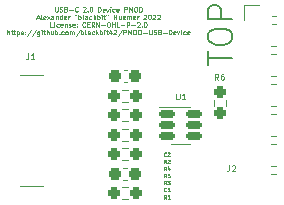
<source format=gto>
%TF.GenerationSoftware,KiCad,Pcbnew,6.0.9+dfsg-1*%
%TF.CreationDate,2022-12-26T23:17:40+00:00*%
%TF.ProjectId,PMOD-USB-Device,504d4f44-2d55-4534-922d-446576696365,1*%
%TF.SameCoordinates,Original*%
%TF.FileFunction,Legend,Top*%
%TF.FilePolarity,Positive*%
%FSLAX46Y46*%
G04 Gerber Fmt 4.6, Leading zero omitted, Abs format (unit mm)*
G04 Created by KiCad (PCBNEW 6.0.9+dfsg-1) date 2022-12-26 23:17:40*
%MOMM*%
%LPD*%
G01*
G04 APERTURE LIST*
G04 Aperture macros list*
%AMRoundRect*
0 Rectangle with rounded corners*
0 $1 Rounding radius*
0 $2 $3 $4 $5 $6 $7 $8 $9 X,Y pos of 4 corners*
0 Add a 4 corners polygon primitive as box body*
4,1,4,$2,$3,$4,$5,$6,$7,$8,$9,$2,$3,0*
0 Add four circle primitives for the rounded corners*
1,1,$1+$1,$2,$3*
1,1,$1+$1,$4,$5*
1,1,$1+$1,$6,$7*
1,1,$1+$1,$8,$9*
0 Add four rect primitives between the rounded corners*
20,1,$1+$1,$2,$3,$4,$5,0*
20,1,$1+$1,$4,$5,$6,$7,0*
20,1,$1+$1,$6,$7,$8,$9,0*
20,1,$1+$1,$8,$9,$2,$3,0*%
G04 Aperture macros list end*
%ADD10C,0.100000*%
%ADD11C,0.150000*%
%ADD12C,0.075000*%
%ADD13C,0.125000*%
%ADD14C,0.120000*%
%ADD15RoundRect,0.237500X-0.250000X-0.237500X0.250000X-0.237500X0.250000X0.237500X-0.250000X0.237500X0*%
%ADD16R,1.700000X1.700000*%
%ADD17C,1.700000*%
%ADD18O,1.700000X1.700000*%
%ADD19RoundRect,0.150000X-0.512500X-0.150000X0.512500X-0.150000X0.512500X0.150000X-0.512500X0.150000X0*%
%ADD20C,0.650000*%
%ADD21R,1.450000X0.600000*%
%ADD22R,1.450000X0.300000*%
%ADD23O,1.600000X1.000000*%
%ADD24O,2.100000X1.000000*%
%ADD25RoundRect,0.237500X0.237500X-0.250000X0.237500X0.250000X-0.237500X0.250000X-0.237500X-0.250000X0*%
%ADD26RoundRect,0.237500X-0.300000X-0.237500X0.300000X-0.237500X0.300000X0.237500X-0.300000X0.237500X0*%
G04 APERTURE END LIST*
D10*
X83314285Y-83314952D02*
X83314285Y-83638761D01*
X83333333Y-83676857D01*
X83352380Y-83695904D01*
X83390476Y-83714952D01*
X83466666Y-83714952D01*
X83504761Y-83695904D01*
X83523809Y-83676857D01*
X83542857Y-83638761D01*
X83542857Y-83314952D01*
X83714285Y-83695904D02*
X83771428Y-83714952D01*
X83866666Y-83714952D01*
X83904761Y-83695904D01*
X83923809Y-83676857D01*
X83942857Y-83638761D01*
X83942857Y-83600666D01*
X83923809Y-83562571D01*
X83904761Y-83543523D01*
X83866666Y-83524476D01*
X83790476Y-83505428D01*
X83752380Y-83486380D01*
X83733333Y-83467333D01*
X83714285Y-83429238D01*
X83714285Y-83391142D01*
X83733333Y-83353047D01*
X83752380Y-83334000D01*
X83790476Y-83314952D01*
X83885714Y-83314952D01*
X83942857Y-83334000D01*
X84247619Y-83505428D02*
X84304761Y-83524476D01*
X84323809Y-83543523D01*
X84342857Y-83581619D01*
X84342857Y-83638761D01*
X84323809Y-83676857D01*
X84304761Y-83695904D01*
X84266666Y-83714952D01*
X84114285Y-83714952D01*
X84114285Y-83314952D01*
X84247619Y-83314952D01*
X84285714Y-83334000D01*
X84304761Y-83353047D01*
X84323809Y-83391142D01*
X84323809Y-83429238D01*
X84304761Y-83467333D01*
X84285714Y-83486380D01*
X84247619Y-83505428D01*
X84114285Y-83505428D01*
X84514285Y-83562571D02*
X84819047Y-83562571D01*
X85238095Y-83676857D02*
X85219047Y-83695904D01*
X85161904Y-83714952D01*
X85123809Y-83714952D01*
X85066666Y-83695904D01*
X85028571Y-83657809D01*
X85009523Y-83619714D01*
X84990476Y-83543523D01*
X84990476Y-83486380D01*
X85009523Y-83410190D01*
X85028571Y-83372095D01*
X85066666Y-83334000D01*
X85123809Y-83314952D01*
X85161904Y-83314952D01*
X85219047Y-83334000D01*
X85238095Y-83353047D01*
X85695238Y-83353047D02*
X85714285Y-83334000D01*
X85752380Y-83314952D01*
X85847619Y-83314952D01*
X85885714Y-83334000D01*
X85904761Y-83353047D01*
X85923809Y-83391142D01*
X85923809Y-83429238D01*
X85904761Y-83486380D01*
X85676190Y-83714952D01*
X85923809Y-83714952D01*
X86095238Y-83676857D02*
X86114285Y-83695904D01*
X86095238Y-83714952D01*
X86076190Y-83695904D01*
X86095238Y-83676857D01*
X86095238Y-83714952D01*
X86361904Y-83314952D02*
X86400000Y-83314952D01*
X86438095Y-83334000D01*
X86457142Y-83353047D01*
X86476190Y-83391142D01*
X86495238Y-83467333D01*
X86495238Y-83562571D01*
X86476190Y-83638761D01*
X86457142Y-83676857D01*
X86438095Y-83695904D01*
X86400000Y-83714952D01*
X86361904Y-83714952D01*
X86323809Y-83695904D01*
X86304761Y-83676857D01*
X86285714Y-83638761D01*
X86266666Y-83562571D01*
X86266666Y-83467333D01*
X86285714Y-83391142D01*
X86304761Y-83353047D01*
X86323809Y-83334000D01*
X86361904Y-83314952D01*
X86971428Y-83714952D02*
X86971428Y-83314952D01*
X87066666Y-83314952D01*
X87123809Y-83334000D01*
X87161904Y-83372095D01*
X87180952Y-83410190D01*
X87200000Y-83486380D01*
X87200000Y-83543523D01*
X87180952Y-83619714D01*
X87161904Y-83657809D01*
X87123809Y-83695904D01*
X87066666Y-83714952D01*
X86971428Y-83714952D01*
X87523809Y-83695904D02*
X87485714Y-83714952D01*
X87409523Y-83714952D01*
X87371428Y-83695904D01*
X87352380Y-83657809D01*
X87352380Y-83505428D01*
X87371428Y-83467333D01*
X87409523Y-83448285D01*
X87485714Y-83448285D01*
X87523809Y-83467333D01*
X87542857Y-83505428D01*
X87542857Y-83543523D01*
X87352380Y-83581619D01*
X87676190Y-83448285D02*
X87771428Y-83714952D01*
X87866666Y-83448285D01*
X88019047Y-83714952D02*
X88019047Y-83448285D01*
X88019047Y-83314952D02*
X88000000Y-83334000D01*
X88019047Y-83353047D01*
X88038095Y-83334000D01*
X88019047Y-83314952D01*
X88019047Y-83353047D01*
X88380952Y-83695904D02*
X88342857Y-83714952D01*
X88266666Y-83714952D01*
X88228571Y-83695904D01*
X88209523Y-83676857D01*
X88190476Y-83638761D01*
X88190476Y-83524476D01*
X88209523Y-83486380D01*
X88228571Y-83467333D01*
X88266666Y-83448285D01*
X88342857Y-83448285D01*
X88380952Y-83467333D01*
X88704761Y-83695904D02*
X88666666Y-83714952D01*
X88590476Y-83714952D01*
X88552380Y-83695904D01*
X88533333Y-83657809D01*
X88533333Y-83505428D01*
X88552380Y-83467333D01*
X88590476Y-83448285D01*
X88666666Y-83448285D01*
X88704761Y-83467333D01*
X88723809Y-83505428D01*
X88723809Y-83543523D01*
X88533333Y-83581619D01*
X89200000Y-83714952D02*
X89200000Y-83314952D01*
X89352380Y-83314952D01*
X89390476Y-83334000D01*
X89409523Y-83353047D01*
X89428571Y-83391142D01*
X89428571Y-83448285D01*
X89409523Y-83486380D01*
X89390476Y-83505428D01*
X89352380Y-83524476D01*
X89200000Y-83524476D01*
X89600000Y-83714952D02*
X89600000Y-83314952D01*
X89733333Y-83600666D01*
X89866666Y-83314952D01*
X89866666Y-83714952D01*
X90133333Y-83314952D02*
X90209523Y-83314952D01*
X90247619Y-83334000D01*
X90285714Y-83372095D01*
X90304761Y-83448285D01*
X90304761Y-83581619D01*
X90285714Y-83657809D01*
X90247619Y-83695904D01*
X90209523Y-83714952D01*
X90133333Y-83714952D01*
X90095238Y-83695904D01*
X90057142Y-83657809D01*
X90038095Y-83581619D01*
X90038095Y-83448285D01*
X90057142Y-83372095D01*
X90095238Y-83334000D01*
X90133333Y-83314952D01*
X90476190Y-83714952D02*
X90476190Y-83314952D01*
X90571428Y-83314952D01*
X90628571Y-83334000D01*
X90666666Y-83372095D01*
X90685714Y-83410190D01*
X90704761Y-83486380D01*
X90704761Y-83543523D01*
X90685714Y-83619714D01*
X90666666Y-83657809D01*
X90628571Y-83695904D01*
X90571428Y-83714952D01*
X90476190Y-83714952D01*
X81790476Y-84244666D02*
X81980952Y-84244666D01*
X81752380Y-84358952D02*
X81885714Y-83958952D01*
X82019047Y-84358952D01*
X82209523Y-84358952D02*
X82171428Y-84339904D01*
X82152380Y-84301809D01*
X82152380Y-83958952D01*
X82514285Y-84339904D02*
X82476190Y-84358952D01*
X82400000Y-84358952D01*
X82361904Y-84339904D01*
X82342857Y-84301809D01*
X82342857Y-84149428D01*
X82361904Y-84111333D01*
X82400000Y-84092285D01*
X82476190Y-84092285D01*
X82514285Y-84111333D01*
X82533333Y-84149428D01*
X82533333Y-84187523D01*
X82342857Y-84225619D01*
X82666666Y-84358952D02*
X82876190Y-84092285D01*
X82666666Y-84092285D02*
X82876190Y-84358952D01*
X83200000Y-84358952D02*
X83200000Y-84149428D01*
X83180952Y-84111333D01*
X83142857Y-84092285D01*
X83066666Y-84092285D01*
X83028571Y-84111333D01*
X83200000Y-84339904D02*
X83161904Y-84358952D01*
X83066666Y-84358952D01*
X83028571Y-84339904D01*
X83009523Y-84301809D01*
X83009523Y-84263714D01*
X83028571Y-84225619D01*
X83066666Y-84206571D01*
X83161904Y-84206571D01*
X83200000Y-84187523D01*
X83390476Y-84092285D02*
X83390476Y-84358952D01*
X83390476Y-84130380D02*
X83409523Y-84111333D01*
X83447619Y-84092285D01*
X83504761Y-84092285D01*
X83542857Y-84111333D01*
X83561904Y-84149428D01*
X83561904Y-84358952D01*
X83923809Y-84358952D02*
X83923809Y-83958952D01*
X83923809Y-84339904D02*
X83885714Y-84358952D01*
X83809523Y-84358952D01*
X83771428Y-84339904D01*
X83752380Y-84320857D01*
X83733333Y-84282761D01*
X83733333Y-84168476D01*
X83752380Y-84130380D01*
X83771428Y-84111333D01*
X83809523Y-84092285D01*
X83885714Y-84092285D01*
X83923809Y-84111333D01*
X84266666Y-84339904D02*
X84228571Y-84358952D01*
X84152380Y-84358952D01*
X84114285Y-84339904D01*
X84095238Y-84301809D01*
X84095238Y-84149428D01*
X84114285Y-84111333D01*
X84152380Y-84092285D01*
X84228571Y-84092285D01*
X84266666Y-84111333D01*
X84285714Y-84149428D01*
X84285714Y-84187523D01*
X84095238Y-84225619D01*
X84457142Y-84358952D02*
X84457142Y-84092285D01*
X84457142Y-84168476D02*
X84476190Y-84130380D01*
X84495238Y-84111333D01*
X84533333Y-84092285D01*
X84571428Y-84092285D01*
X84990476Y-83958952D02*
X84990476Y-84035142D01*
X85142857Y-83958952D02*
X85142857Y-84035142D01*
X85314285Y-84358952D02*
X85314285Y-83958952D01*
X85314285Y-84111333D02*
X85352380Y-84092285D01*
X85428571Y-84092285D01*
X85466666Y-84111333D01*
X85485714Y-84130380D01*
X85504761Y-84168476D01*
X85504761Y-84282761D01*
X85485714Y-84320857D01*
X85466666Y-84339904D01*
X85428571Y-84358952D01*
X85352380Y-84358952D01*
X85314285Y-84339904D01*
X85733333Y-84358952D02*
X85695238Y-84339904D01*
X85676190Y-84301809D01*
X85676190Y-83958952D01*
X86057142Y-84358952D02*
X86057142Y-84149428D01*
X86038095Y-84111333D01*
X86000000Y-84092285D01*
X85923809Y-84092285D01*
X85885714Y-84111333D01*
X86057142Y-84339904D02*
X86019047Y-84358952D01*
X85923809Y-84358952D01*
X85885714Y-84339904D01*
X85866666Y-84301809D01*
X85866666Y-84263714D01*
X85885714Y-84225619D01*
X85923809Y-84206571D01*
X86019047Y-84206571D01*
X86057142Y-84187523D01*
X86419047Y-84339904D02*
X86380952Y-84358952D01*
X86304761Y-84358952D01*
X86266666Y-84339904D01*
X86247619Y-84320857D01*
X86228571Y-84282761D01*
X86228571Y-84168476D01*
X86247619Y-84130380D01*
X86266666Y-84111333D01*
X86304761Y-84092285D01*
X86380952Y-84092285D01*
X86419047Y-84111333D01*
X86590476Y-84358952D02*
X86590476Y-83958952D01*
X86628571Y-84206571D02*
X86742857Y-84358952D01*
X86742857Y-84092285D02*
X86590476Y-84244666D01*
X86914285Y-84358952D02*
X86914285Y-83958952D01*
X86914285Y-84111333D02*
X86952380Y-84092285D01*
X87028571Y-84092285D01*
X87066666Y-84111333D01*
X87085714Y-84130380D01*
X87104761Y-84168476D01*
X87104761Y-84282761D01*
X87085714Y-84320857D01*
X87066666Y-84339904D01*
X87028571Y-84358952D01*
X86952380Y-84358952D01*
X86914285Y-84339904D01*
X87276190Y-84358952D02*
X87276190Y-84092285D01*
X87276190Y-83958952D02*
X87257142Y-83978000D01*
X87276190Y-83997047D01*
X87295238Y-83978000D01*
X87276190Y-83958952D01*
X87276190Y-83997047D01*
X87409523Y-84092285D02*
X87561904Y-84092285D01*
X87466666Y-83958952D02*
X87466666Y-84301809D01*
X87485714Y-84339904D01*
X87523809Y-84358952D01*
X87561904Y-84358952D01*
X87676190Y-83958952D02*
X87676190Y-84035142D01*
X87828571Y-83958952D02*
X87828571Y-84035142D01*
X88304761Y-84358952D02*
X88304761Y-83958952D01*
X88304761Y-84149428D02*
X88533333Y-84149428D01*
X88533333Y-84358952D02*
X88533333Y-83958952D01*
X88895238Y-84092285D02*
X88895238Y-84358952D01*
X88723809Y-84092285D02*
X88723809Y-84301809D01*
X88742857Y-84339904D01*
X88780952Y-84358952D01*
X88838095Y-84358952D01*
X88876190Y-84339904D01*
X88895238Y-84320857D01*
X89238095Y-84339904D02*
X89200000Y-84358952D01*
X89123809Y-84358952D01*
X89085714Y-84339904D01*
X89066666Y-84301809D01*
X89066666Y-84149428D01*
X89085714Y-84111333D01*
X89123809Y-84092285D01*
X89200000Y-84092285D01*
X89238095Y-84111333D01*
X89257142Y-84149428D01*
X89257142Y-84187523D01*
X89066666Y-84225619D01*
X89428571Y-84358952D02*
X89428571Y-84092285D01*
X89428571Y-84130380D02*
X89447619Y-84111333D01*
X89485714Y-84092285D01*
X89542857Y-84092285D01*
X89580952Y-84111333D01*
X89600000Y-84149428D01*
X89600000Y-84358952D01*
X89600000Y-84149428D02*
X89619047Y-84111333D01*
X89657142Y-84092285D01*
X89714285Y-84092285D01*
X89752380Y-84111333D01*
X89771428Y-84149428D01*
X89771428Y-84358952D01*
X90114285Y-84339904D02*
X90076190Y-84358952D01*
X90000000Y-84358952D01*
X89961904Y-84339904D01*
X89942857Y-84301809D01*
X89942857Y-84149428D01*
X89961904Y-84111333D01*
X90000000Y-84092285D01*
X90076190Y-84092285D01*
X90114285Y-84111333D01*
X90133333Y-84149428D01*
X90133333Y-84187523D01*
X89942857Y-84225619D01*
X90304761Y-84358952D02*
X90304761Y-84092285D01*
X90304761Y-84168476D02*
X90323809Y-84130380D01*
X90342857Y-84111333D01*
X90380952Y-84092285D01*
X90419047Y-84092285D01*
X90838095Y-83997047D02*
X90857142Y-83978000D01*
X90895238Y-83958952D01*
X90990476Y-83958952D01*
X91028571Y-83978000D01*
X91047619Y-83997047D01*
X91066666Y-84035142D01*
X91066666Y-84073238D01*
X91047619Y-84130380D01*
X90819047Y-84358952D01*
X91066666Y-84358952D01*
X91314285Y-83958952D02*
X91352380Y-83958952D01*
X91390476Y-83978000D01*
X91409523Y-83997047D01*
X91428571Y-84035142D01*
X91447619Y-84111333D01*
X91447619Y-84206571D01*
X91428571Y-84282761D01*
X91409523Y-84320857D01*
X91390476Y-84339904D01*
X91352380Y-84358952D01*
X91314285Y-84358952D01*
X91276190Y-84339904D01*
X91257142Y-84320857D01*
X91238095Y-84282761D01*
X91219047Y-84206571D01*
X91219047Y-84111333D01*
X91238095Y-84035142D01*
X91257142Y-83997047D01*
X91276190Y-83978000D01*
X91314285Y-83958952D01*
X91600000Y-83997047D02*
X91619047Y-83978000D01*
X91657142Y-83958952D01*
X91752380Y-83958952D01*
X91790476Y-83978000D01*
X91809523Y-83997047D01*
X91828571Y-84035142D01*
X91828571Y-84073238D01*
X91809523Y-84130380D01*
X91580952Y-84358952D01*
X91828571Y-84358952D01*
X91980952Y-83997047D02*
X92000000Y-83978000D01*
X92038095Y-83958952D01*
X92133333Y-83958952D01*
X92171428Y-83978000D01*
X92190476Y-83997047D01*
X92209523Y-84035142D01*
X92209523Y-84073238D01*
X92190476Y-84130380D01*
X91961904Y-84358952D01*
X92209523Y-84358952D01*
X83133333Y-85002952D02*
X82942857Y-85002952D01*
X82942857Y-84602952D01*
X83266666Y-85002952D02*
X83266666Y-84736285D01*
X83266666Y-84602952D02*
X83247619Y-84622000D01*
X83266666Y-84641047D01*
X83285714Y-84622000D01*
X83266666Y-84602952D01*
X83266666Y-84641047D01*
X83628571Y-84983904D02*
X83590476Y-85002952D01*
X83514285Y-85002952D01*
X83476190Y-84983904D01*
X83457142Y-84964857D01*
X83438095Y-84926761D01*
X83438095Y-84812476D01*
X83457142Y-84774380D01*
X83476190Y-84755333D01*
X83514285Y-84736285D01*
X83590476Y-84736285D01*
X83628571Y-84755333D01*
X83952380Y-84983904D02*
X83914285Y-85002952D01*
X83838095Y-85002952D01*
X83800000Y-84983904D01*
X83780952Y-84945809D01*
X83780952Y-84793428D01*
X83800000Y-84755333D01*
X83838095Y-84736285D01*
X83914285Y-84736285D01*
X83952380Y-84755333D01*
X83971428Y-84793428D01*
X83971428Y-84831523D01*
X83780952Y-84869619D01*
X84142857Y-84736285D02*
X84142857Y-85002952D01*
X84142857Y-84774380D02*
X84161904Y-84755333D01*
X84200000Y-84736285D01*
X84257142Y-84736285D01*
X84295238Y-84755333D01*
X84314285Y-84793428D01*
X84314285Y-85002952D01*
X84485714Y-84983904D02*
X84523809Y-85002952D01*
X84600000Y-85002952D01*
X84638095Y-84983904D01*
X84657142Y-84945809D01*
X84657142Y-84926761D01*
X84638095Y-84888666D01*
X84600000Y-84869619D01*
X84542857Y-84869619D01*
X84504761Y-84850571D01*
X84485714Y-84812476D01*
X84485714Y-84793428D01*
X84504761Y-84755333D01*
X84542857Y-84736285D01*
X84600000Y-84736285D01*
X84638095Y-84755333D01*
X84980952Y-84983904D02*
X84942857Y-85002952D01*
X84866666Y-85002952D01*
X84828571Y-84983904D01*
X84809523Y-84945809D01*
X84809523Y-84793428D01*
X84828571Y-84755333D01*
X84866666Y-84736285D01*
X84942857Y-84736285D01*
X84980952Y-84755333D01*
X85000000Y-84793428D01*
X85000000Y-84831523D01*
X84809523Y-84869619D01*
X85171428Y-84964857D02*
X85190476Y-84983904D01*
X85171428Y-85002952D01*
X85152380Y-84983904D01*
X85171428Y-84964857D01*
X85171428Y-85002952D01*
X85171428Y-84755333D02*
X85190476Y-84774380D01*
X85171428Y-84793428D01*
X85152380Y-84774380D01*
X85171428Y-84755333D01*
X85171428Y-84793428D01*
X85895238Y-84964857D02*
X85876190Y-84983904D01*
X85819047Y-85002952D01*
X85780952Y-85002952D01*
X85723809Y-84983904D01*
X85685714Y-84945809D01*
X85666666Y-84907714D01*
X85647619Y-84831523D01*
X85647619Y-84774380D01*
X85666666Y-84698190D01*
X85685714Y-84660095D01*
X85723809Y-84622000D01*
X85780952Y-84602952D01*
X85819047Y-84602952D01*
X85876190Y-84622000D01*
X85895238Y-84641047D01*
X86066666Y-84793428D02*
X86200000Y-84793428D01*
X86257142Y-85002952D02*
X86066666Y-85002952D01*
X86066666Y-84602952D01*
X86257142Y-84602952D01*
X86657142Y-85002952D02*
X86523809Y-84812476D01*
X86428571Y-85002952D02*
X86428571Y-84602952D01*
X86580952Y-84602952D01*
X86619047Y-84622000D01*
X86638095Y-84641047D01*
X86657142Y-84679142D01*
X86657142Y-84736285D01*
X86638095Y-84774380D01*
X86619047Y-84793428D01*
X86580952Y-84812476D01*
X86428571Y-84812476D01*
X86828571Y-85002952D02*
X86828571Y-84602952D01*
X87057142Y-85002952D01*
X87057142Y-84602952D01*
X87247619Y-84850571D02*
X87552380Y-84850571D01*
X87819047Y-84602952D02*
X87895238Y-84602952D01*
X87933333Y-84622000D01*
X87971428Y-84660095D01*
X87990476Y-84736285D01*
X87990476Y-84869619D01*
X87971428Y-84945809D01*
X87933333Y-84983904D01*
X87895238Y-85002952D01*
X87819047Y-85002952D01*
X87780952Y-84983904D01*
X87742857Y-84945809D01*
X87723809Y-84869619D01*
X87723809Y-84736285D01*
X87742857Y-84660095D01*
X87780952Y-84622000D01*
X87819047Y-84602952D01*
X88161904Y-85002952D02*
X88161904Y-84602952D01*
X88161904Y-84793428D02*
X88390476Y-84793428D01*
X88390476Y-85002952D02*
X88390476Y-84602952D01*
X88771428Y-85002952D02*
X88580952Y-85002952D01*
X88580952Y-84602952D01*
X88904761Y-84850571D02*
X89209523Y-84850571D01*
X89400000Y-85002952D02*
X89400000Y-84602952D01*
X89552380Y-84602952D01*
X89590476Y-84622000D01*
X89609523Y-84641047D01*
X89628571Y-84679142D01*
X89628571Y-84736285D01*
X89609523Y-84774380D01*
X89590476Y-84793428D01*
X89552380Y-84812476D01*
X89400000Y-84812476D01*
X89800000Y-84850571D02*
X90104761Y-84850571D01*
X90276190Y-84641047D02*
X90295238Y-84622000D01*
X90333333Y-84602952D01*
X90428571Y-84602952D01*
X90466666Y-84622000D01*
X90485714Y-84641047D01*
X90504761Y-84679142D01*
X90504761Y-84717238D01*
X90485714Y-84774380D01*
X90257142Y-85002952D01*
X90504761Y-85002952D01*
X90676190Y-84964857D02*
X90695238Y-84983904D01*
X90676190Y-85002952D01*
X90657142Y-84983904D01*
X90676190Y-84964857D01*
X90676190Y-85002952D01*
X90942857Y-84602952D02*
X90980952Y-84602952D01*
X91019047Y-84622000D01*
X91038095Y-84641047D01*
X91057142Y-84679142D01*
X91076190Y-84755333D01*
X91076190Y-84850571D01*
X91057142Y-84926761D01*
X91038095Y-84964857D01*
X91019047Y-84983904D01*
X90980952Y-85002952D01*
X90942857Y-85002952D01*
X90904761Y-84983904D01*
X90885714Y-84964857D01*
X90866666Y-84926761D01*
X90847619Y-84850571D01*
X90847619Y-84755333D01*
X90866666Y-84679142D01*
X90885714Y-84641047D01*
X90904761Y-84622000D01*
X90942857Y-84602952D01*
X79295238Y-85646952D02*
X79295238Y-85246952D01*
X79466666Y-85646952D02*
X79466666Y-85437428D01*
X79447619Y-85399333D01*
X79409523Y-85380285D01*
X79352380Y-85380285D01*
X79314285Y-85399333D01*
X79295238Y-85418380D01*
X79600000Y-85380285D02*
X79752380Y-85380285D01*
X79657142Y-85246952D02*
X79657142Y-85589809D01*
X79676190Y-85627904D01*
X79714285Y-85646952D01*
X79752380Y-85646952D01*
X79828571Y-85380285D02*
X79980952Y-85380285D01*
X79885714Y-85246952D02*
X79885714Y-85589809D01*
X79904761Y-85627904D01*
X79942857Y-85646952D01*
X79980952Y-85646952D01*
X80114285Y-85380285D02*
X80114285Y-85780285D01*
X80114285Y-85399333D02*
X80152380Y-85380285D01*
X80228571Y-85380285D01*
X80266666Y-85399333D01*
X80285714Y-85418380D01*
X80304761Y-85456476D01*
X80304761Y-85570761D01*
X80285714Y-85608857D01*
X80266666Y-85627904D01*
X80228571Y-85646952D01*
X80152380Y-85646952D01*
X80114285Y-85627904D01*
X80457142Y-85627904D02*
X80495238Y-85646952D01*
X80571428Y-85646952D01*
X80609523Y-85627904D01*
X80628571Y-85589809D01*
X80628571Y-85570761D01*
X80609523Y-85532666D01*
X80571428Y-85513619D01*
X80514285Y-85513619D01*
X80476190Y-85494571D01*
X80457142Y-85456476D01*
X80457142Y-85437428D01*
X80476190Y-85399333D01*
X80514285Y-85380285D01*
X80571428Y-85380285D01*
X80609523Y-85399333D01*
X80800000Y-85608857D02*
X80819047Y-85627904D01*
X80800000Y-85646952D01*
X80780952Y-85627904D01*
X80800000Y-85608857D01*
X80800000Y-85646952D01*
X80800000Y-85399333D02*
X80819047Y-85418380D01*
X80800000Y-85437428D01*
X80780952Y-85418380D01*
X80800000Y-85399333D01*
X80800000Y-85437428D01*
X81276190Y-85227904D02*
X80933333Y-85742190D01*
X81695238Y-85227904D02*
X81352380Y-85742190D01*
X82000000Y-85380285D02*
X82000000Y-85704095D01*
X81980952Y-85742190D01*
X81961904Y-85761238D01*
X81923809Y-85780285D01*
X81866666Y-85780285D01*
X81828571Y-85761238D01*
X82000000Y-85627904D02*
X81961904Y-85646952D01*
X81885714Y-85646952D01*
X81847619Y-85627904D01*
X81828571Y-85608857D01*
X81809523Y-85570761D01*
X81809523Y-85456476D01*
X81828571Y-85418380D01*
X81847619Y-85399333D01*
X81885714Y-85380285D01*
X81961904Y-85380285D01*
X82000000Y-85399333D01*
X82190476Y-85646952D02*
X82190476Y-85380285D01*
X82190476Y-85246952D02*
X82171428Y-85266000D01*
X82190476Y-85285047D01*
X82209523Y-85266000D01*
X82190476Y-85246952D01*
X82190476Y-85285047D01*
X82323809Y-85380285D02*
X82476190Y-85380285D01*
X82380952Y-85246952D02*
X82380952Y-85589809D01*
X82400000Y-85627904D01*
X82438095Y-85646952D01*
X82476190Y-85646952D01*
X82609523Y-85646952D02*
X82609523Y-85246952D01*
X82780952Y-85646952D02*
X82780952Y-85437428D01*
X82761904Y-85399333D01*
X82723809Y-85380285D01*
X82666666Y-85380285D01*
X82628571Y-85399333D01*
X82609523Y-85418380D01*
X83142857Y-85380285D02*
X83142857Y-85646952D01*
X82971428Y-85380285D02*
X82971428Y-85589809D01*
X82990476Y-85627904D01*
X83028571Y-85646952D01*
X83085714Y-85646952D01*
X83123809Y-85627904D01*
X83142857Y-85608857D01*
X83333333Y-85646952D02*
X83333333Y-85246952D01*
X83333333Y-85399333D02*
X83371428Y-85380285D01*
X83447619Y-85380285D01*
X83485714Y-85399333D01*
X83504761Y-85418380D01*
X83523809Y-85456476D01*
X83523809Y-85570761D01*
X83504761Y-85608857D01*
X83485714Y-85627904D01*
X83447619Y-85646952D01*
X83371428Y-85646952D01*
X83333333Y-85627904D01*
X83695238Y-85608857D02*
X83714285Y-85627904D01*
X83695238Y-85646952D01*
X83676190Y-85627904D01*
X83695238Y-85608857D01*
X83695238Y-85646952D01*
X84057142Y-85627904D02*
X84019047Y-85646952D01*
X83942857Y-85646952D01*
X83904761Y-85627904D01*
X83885714Y-85608857D01*
X83866666Y-85570761D01*
X83866666Y-85456476D01*
X83885714Y-85418380D01*
X83904761Y-85399333D01*
X83942857Y-85380285D01*
X84019047Y-85380285D01*
X84057142Y-85399333D01*
X84285714Y-85646952D02*
X84247619Y-85627904D01*
X84228571Y-85608857D01*
X84209523Y-85570761D01*
X84209523Y-85456476D01*
X84228571Y-85418380D01*
X84247619Y-85399333D01*
X84285714Y-85380285D01*
X84342857Y-85380285D01*
X84380952Y-85399333D01*
X84400000Y-85418380D01*
X84419047Y-85456476D01*
X84419047Y-85570761D01*
X84400000Y-85608857D01*
X84380952Y-85627904D01*
X84342857Y-85646952D01*
X84285714Y-85646952D01*
X84590476Y-85646952D02*
X84590476Y-85380285D01*
X84590476Y-85418380D02*
X84609523Y-85399333D01*
X84647619Y-85380285D01*
X84704761Y-85380285D01*
X84742857Y-85399333D01*
X84761904Y-85437428D01*
X84761904Y-85646952D01*
X84761904Y-85437428D02*
X84780952Y-85399333D01*
X84819047Y-85380285D01*
X84876190Y-85380285D01*
X84914285Y-85399333D01*
X84933333Y-85437428D01*
X84933333Y-85646952D01*
X85409523Y-85227904D02*
X85066666Y-85742190D01*
X85542857Y-85646952D02*
X85542857Y-85246952D01*
X85542857Y-85399333D02*
X85580952Y-85380285D01*
X85657142Y-85380285D01*
X85695238Y-85399333D01*
X85714285Y-85418380D01*
X85733333Y-85456476D01*
X85733333Y-85570761D01*
X85714285Y-85608857D01*
X85695238Y-85627904D01*
X85657142Y-85646952D01*
X85580952Y-85646952D01*
X85542857Y-85627904D01*
X85961904Y-85646952D02*
X85923809Y-85627904D01*
X85904761Y-85589809D01*
X85904761Y-85246952D01*
X86285714Y-85646952D02*
X86285714Y-85437428D01*
X86266666Y-85399333D01*
X86228571Y-85380285D01*
X86152380Y-85380285D01*
X86114285Y-85399333D01*
X86285714Y-85627904D02*
X86247619Y-85646952D01*
X86152380Y-85646952D01*
X86114285Y-85627904D01*
X86095238Y-85589809D01*
X86095238Y-85551714D01*
X86114285Y-85513619D01*
X86152380Y-85494571D01*
X86247619Y-85494571D01*
X86285714Y-85475523D01*
X86647619Y-85627904D02*
X86609523Y-85646952D01*
X86533333Y-85646952D01*
X86495238Y-85627904D01*
X86476190Y-85608857D01*
X86457142Y-85570761D01*
X86457142Y-85456476D01*
X86476190Y-85418380D01*
X86495238Y-85399333D01*
X86533333Y-85380285D01*
X86609523Y-85380285D01*
X86647619Y-85399333D01*
X86819047Y-85646952D02*
X86819047Y-85246952D01*
X86857142Y-85494571D02*
X86971428Y-85646952D01*
X86971428Y-85380285D02*
X86819047Y-85532666D01*
X87142857Y-85646952D02*
X87142857Y-85246952D01*
X87142857Y-85399333D02*
X87180952Y-85380285D01*
X87257142Y-85380285D01*
X87295238Y-85399333D01*
X87314285Y-85418380D01*
X87333333Y-85456476D01*
X87333333Y-85570761D01*
X87314285Y-85608857D01*
X87295238Y-85627904D01*
X87257142Y-85646952D01*
X87180952Y-85646952D01*
X87142857Y-85627904D01*
X87504761Y-85646952D02*
X87504761Y-85380285D01*
X87504761Y-85246952D02*
X87485714Y-85266000D01*
X87504761Y-85285047D01*
X87523809Y-85266000D01*
X87504761Y-85246952D01*
X87504761Y-85285047D01*
X87638095Y-85380285D02*
X87790476Y-85380285D01*
X87695238Y-85246952D02*
X87695238Y-85589809D01*
X87714285Y-85627904D01*
X87752380Y-85646952D01*
X87790476Y-85646952D01*
X88095238Y-85380285D02*
X88095238Y-85646952D01*
X88000000Y-85227904D02*
X87904761Y-85513619D01*
X88152380Y-85513619D01*
X88285714Y-85285047D02*
X88304761Y-85266000D01*
X88342857Y-85246952D01*
X88438095Y-85246952D01*
X88476190Y-85266000D01*
X88495238Y-85285047D01*
X88514285Y-85323142D01*
X88514285Y-85361238D01*
X88495238Y-85418380D01*
X88266666Y-85646952D01*
X88514285Y-85646952D01*
X88971428Y-85227904D02*
X88628571Y-85742190D01*
X89104761Y-85646952D02*
X89104761Y-85246952D01*
X89257142Y-85246952D01*
X89295238Y-85266000D01*
X89314285Y-85285047D01*
X89333333Y-85323142D01*
X89333333Y-85380285D01*
X89314285Y-85418380D01*
X89295238Y-85437428D01*
X89257142Y-85456476D01*
X89104761Y-85456476D01*
X89504761Y-85646952D02*
X89504761Y-85246952D01*
X89638095Y-85532666D01*
X89771428Y-85246952D01*
X89771428Y-85646952D01*
X90038095Y-85246952D02*
X90114285Y-85246952D01*
X90152380Y-85266000D01*
X90190476Y-85304095D01*
X90209523Y-85380285D01*
X90209523Y-85513619D01*
X90190476Y-85589809D01*
X90152380Y-85627904D01*
X90114285Y-85646952D01*
X90038095Y-85646952D01*
X90000000Y-85627904D01*
X89961904Y-85589809D01*
X89942857Y-85513619D01*
X89942857Y-85380285D01*
X89961904Y-85304095D01*
X90000000Y-85266000D01*
X90038095Y-85246952D01*
X90380952Y-85646952D02*
X90380952Y-85246952D01*
X90476190Y-85246952D01*
X90533333Y-85266000D01*
X90571428Y-85304095D01*
X90590476Y-85342190D01*
X90609523Y-85418380D01*
X90609523Y-85475523D01*
X90590476Y-85551714D01*
X90571428Y-85589809D01*
X90533333Y-85627904D01*
X90476190Y-85646952D01*
X90380952Y-85646952D01*
X90780952Y-85494571D02*
X91085714Y-85494571D01*
X91276190Y-85246952D02*
X91276190Y-85570761D01*
X91295238Y-85608857D01*
X91314285Y-85627904D01*
X91352380Y-85646952D01*
X91428571Y-85646952D01*
X91466666Y-85627904D01*
X91485714Y-85608857D01*
X91504761Y-85570761D01*
X91504761Y-85246952D01*
X91676190Y-85627904D02*
X91733333Y-85646952D01*
X91828571Y-85646952D01*
X91866666Y-85627904D01*
X91885714Y-85608857D01*
X91904761Y-85570761D01*
X91904761Y-85532666D01*
X91885714Y-85494571D01*
X91866666Y-85475523D01*
X91828571Y-85456476D01*
X91752380Y-85437428D01*
X91714285Y-85418380D01*
X91695238Y-85399333D01*
X91676190Y-85361238D01*
X91676190Y-85323142D01*
X91695238Y-85285047D01*
X91714285Y-85266000D01*
X91752380Y-85246952D01*
X91847619Y-85246952D01*
X91904761Y-85266000D01*
X92209523Y-85437428D02*
X92266666Y-85456476D01*
X92285714Y-85475523D01*
X92304761Y-85513619D01*
X92304761Y-85570761D01*
X92285714Y-85608857D01*
X92266666Y-85627904D01*
X92228571Y-85646952D01*
X92076190Y-85646952D01*
X92076190Y-85246952D01*
X92209523Y-85246952D01*
X92247619Y-85266000D01*
X92266666Y-85285047D01*
X92285714Y-85323142D01*
X92285714Y-85361238D01*
X92266666Y-85399333D01*
X92247619Y-85418380D01*
X92209523Y-85437428D01*
X92076190Y-85437428D01*
X92476190Y-85494571D02*
X92780952Y-85494571D01*
X92971428Y-85646952D02*
X92971428Y-85246952D01*
X93066666Y-85246952D01*
X93123809Y-85266000D01*
X93161904Y-85304095D01*
X93180952Y-85342190D01*
X93200000Y-85418380D01*
X93200000Y-85475523D01*
X93180952Y-85551714D01*
X93161904Y-85589809D01*
X93123809Y-85627904D01*
X93066666Y-85646952D01*
X92971428Y-85646952D01*
X93523809Y-85627904D02*
X93485714Y-85646952D01*
X93409523Y-85646952D01*
X93371428Y-85627904D01*
X93352380Y-85589809D01*
X93352380Y-85437428D01*
X93371428Y-85399333D01*
X93409523Y-85380285D01*
X93485714Y-85380285D01*
X93523809Y-85399333D01*
X93542857Y-85437428D01*
X93542857Y-85475523D01*
X93352380Y-85513619D01*
X93676190Y-85380285D02*
X93771428Y-85646952D01*
X93866666Y-85380285D01*
X94019047Y-85646952D02*
X94019047Y-85380285D01*
X94019047Y-85246952D02*
X94000000Y-85266000D01*
X94019047Y-85285047D01*
X94038095Y-85266000D01*
X94019047Y-85246952D01*
X94019047Y-85285047D01*
X94380952Y-85627904D02*
X94342857Y-85646952D01*
X94266666Y-85646952D01*
X94228571Y-85627904D01*
X94209523Y-85608857D01*
X94190476Y-85570761D01*
X94190476Y-85456476D01*
X94209523Y-85418380D01*
X94228571Y-85399333D01*
X94266666Y-85380285D01*
X94342857Y-85380285D01*
X94380952Y-85399333D01*
X94704761Y-85627904D02*
X94666666Y-85646952D01*
X94590476Y-85646952D01*
X94552380Y-85627904D01*
X94533333Y-85589809D01*
X94533333Y-85437428D01*
X94552380Y-85399333D01*
X94590476Y-85380285D01*
X94666666Y-85380285D01*
X94704761Y-85399333D01*
X94723809Y-85437428D01*
X94723809Y-85475523D01*
X94533333Y-85513619D01*
D11*
X96313761Y-88217047D02*
X96313761Y-87074190D01*
X98313761Y-87645619D02*
X96313761Y-87645619D01*
X96313761Y-86026571D02*
X96313761Y-85645619D01*
X96409000Y-85455142D01*
X96599476Y-85264666D01*
X96980428Y-85169428D01*
X97647095Y-85169428D01*
X98028047Y-85264666D01*
X98218523Y-85455142D01*
X98313761Y-85645619D01*
X98313761Y-86026571D01*
X98218523Y-86217047D01*
X98028047Y-86407523D01*
X97647095Y-86502761D01*
X96980428Y-86502761D01*
X96599476Y-86407523D01*
X96409000Y-86217047D01*
X96313761Y-86026571D01*
X98313761Y-84312285D02*
X96313761Y-84312285D01*
X96313761Y-83550380D01*
X96409000Y-83359904D01*
X96504238Y-83264666D01*
X96694714Y-83169428D01*
X96980428Y-83169428D01*
X97170904Y-83264666D01*
X97266142Y-83359904D01*
X97361380Y-83550380D01*
X97361380Y-84312285D01*
D12*
%TO.C,R1*%
X92750000Y-99535714D02*
X92650000Y-99392857D01*
X92578571Y-99535714D02*
X92578571Y-99235714D01*
X92692857Y-99235714D01*
X92721428Y-99250000D01*
X92735714Y-99264285D01*
X92750000Y-99292857D01*
X92750000Y-99335714D01*
X92735714Y-99364285D01*
X92721428Y-99378571D01*
X92692857Y-99392857D01*
X92578571Y-99392857D01*
X93035714Y-99535714D02*
X92864285Y-99535714D01*
X92950000Y-99535714D02*
X92950000Y-99235714D01*
X92921428Y-99278571D01*
X92892857Y-99307142D01*
X92864285Y-99321428D01*
D13*
%TO.C,J2*%
X98083333Y-96730790D02*
X98083333Y-97087933D01*
X98059523Y-97159361D01*
X98011904Y-97206980D01*
X97940476Y-97230790D01*
X97892857Y-97230790D01*
X98297619Y-96778409D02*
X98321428Y-96754600D01*
X98369047Y-96730790D01*
X98488095Y-96730790D01*
X98535714Y-96754600D01*
X98559523Y-96778409D01*
X98583333Y-96826028D01*
X98583333Y-96873647D01*
X98559523Y-96945076D01*
X98273809Y-97230790D01*
X98583333Y-97230790D01*
%TO.C,U1*%
X93592047Y-90645790D02*
X93592047Y-91050552D01*
X93615857Y-91098171D01*
X93639666Y-91121980D01*
X93687285Y-91145790D01*
X93782523Y-91145790D01*
X93830142Y-91121980D01*
X93853952Y-91098171D01*
X93877761Y-91050552D01*
X93877761Y-90645790D01*
X94377761Y-91145790D02*
X94092047Y-91145790D01*
X94234904Y-91145790D02*
X94234904Y-90645790D01*
X94187285Y-90717219D01*
X94139666Y-90764838D01*
X94092047Y-90788647D01*
D12*
%TO.C,R5*%
X92750000Y-97735714D02*
X92650000Y-97592857D01*
X92578571Y-97735714D02*
X92578571Y-97435714D01*
X92692857Y-97435714D01*
X92721428Y-97450000D01*
X92735714Y-97464285D01*
X92750000Y-97492857D01*
X92750000Y-97535714D01*
X92735714Y-97564285D01*
X92721428Y-97578571D01*
X92692857Y-97592857D01*
X92578571Y-97592857D01*
X93021428Y-97435714D02*
X92878571Y-97435714D01*
X92864285Y-97578571D01*
X92878571Y-97564285D01*
X92907142Y-97550000D01*
X92978571Y-97550000D01*
X93007142Y-97564285D01*
X93021428Y-97578571D01*
X93035714Y-97607142D01*
X93035714Y-97678571D01*
X93021428Y-97707142D01*
X93007142Y-97721428D01*
X92978571Y-97735714D01*
X92907142Y-97735714D01*
X92878571Y-97721428D01*
X92864285Y-97707142D01*
%TO.C,R3*%
X92750000Y-98335714D02*
X92650000Y-98192857D01*
X92578571Y-98335714D02*
X92578571Y-98035714D01*
X92692857Y-98035714D01*
X92721428Y-98050000D01*
X92735714Y-98064285D01*
X92750000Y-98092857D01*
X92750000Y-98135714D01*
X92735714Y-98164285D01*
X92721428Y-98178571D01*
X92692857Y-98192857D01*
X92578571Y-98192857D01*
X92850000Y-98035714D02*
X93035714Y-98035714D01*
X92935714Y-98150000D01*
X92978571Y-98150000D01*
X93007142Y-98164285D01*
X93021428Y-98178571D01*
X93035714Y-98207142D01*
X93035714Y-98278571D01*
X93021428Y-98307142D01*
X93007142Y-98321428D01*
X92978571Y-98335714D01*
X92892857Y-98335714D01*
X92864285Y-98321428D01*
X92850000Y-98307142D01*
D13*
%TO.C,J1*%
X81083333Y-87226190D02*
X81083333Y-87583333D01*
X81059523Y-87654761D01*
X81011904Y-87702380D01*
X80940476Y-87726190D01*
X80892857Y-87726190D01*
X81583333Y-87726190D02*
X81297619Y-87726190D01*
X81440476Y-87726190D02*
X81440476Y-87226190D01*
X81392857Y-87297619D01*
X81345238Y-87345238D01*
X81297619Y-87369047D01*
D12*
%TO.C,R4*%
X92750000Y-97135714D02*
X92650000Y-96992857D01*
X92578571Y-97135714D02*
X92578571Y-96835714D01*
X92692857Y-96835714D01*
X92721428Y-96850000D01*
X92735714Y-96864285D01*
X92750000Y-96892857D01*
X92750000Y-96935714D01*
X92735714Y-96964285D01*
X92721428Y-96978571D01*
X92692857Y-96992857D01*
X92578571Y-96992857D01*
X93007142Y-96935714D02*
X93007142Y-97135714D01*
X92935714Y-96821428D02*
X92864285Y-97035714D01*
X93050000Y-97035714D01*
D13*
%TO.C,R6*%
X97166666Y-89476190D02*
X97000000Y-89238095D01*
X96880952Y-89476190D02*
X96880952Y-88976190D01*
X97071428Y-88976190D01*
X97119047Y-89000000D01*
X97142857Y-89023809D01*
X97166666Y-89071428D01*
X97166666Y-89142857D01*
X97142857Y-89190476D01*
X97119047Y-89214285D01*
X97071428Y-89238095D01*
X96880952Y-89238095D01*
X97595238Y-88976190D02*
X97500000Y-88976190D01*
X97452380Y-89000000D01*
X97428571Y-89023809D01*
X97380952Y-89095238D01*
X97357142Y-89190476D01*
X97357142Y-89380952D01*
X97380952Y-89428571D01*
X97404761Y-89452380D01*
X97452380Y-89476190D01*
X97547619Y-89476190D01*
X97595238Y-89452380D01*
X97619047Y-89428571D01*
X97642857Y-89380952D01*
X97642857Y-89261904D01*
X97619047Y-89214285D01*
X97595238Y-89190476D01*
X97547619Y-89166666D01*
X97452380Y-89166666D01*
X97404761Y-89190476D01*
X97380952Y-89214285D01*
X97357142Y-89261904D01*
D12*
%TO.C,R2*%
X92750000Y-96535714D02*
X92650000Y-96392857D01*
X92578571Y-96535714D02*
X92578571Y-96235714D01*
X92692857Y-96235714D01*
X92721428Y-96250000D01*
X92735714Y-96264285D01*
X92750000Y-96292857D01*
X92750000Y-96335714D01*
X92735714Y-96364285D01*
X92721428Y-96378571D01*
X92692857Y-96392857D01*
X92578571Y-96392857D01*
X92864285Y-96264285D02*
X92878571Y-96250000D01*
X92907142Y-96235714D01*
X92978571Y-96235714D01*
X93007142Y-96250000D01*
X93021428Y-96264285D01*
X93035714Y-96292857D01*
X93035714Y-96321428D01*
X93021428Y-96364285D01*
X92850000Y-96535714D01*
X93035714Y-96535714D01*
%TO.C,C1*%
X92750000Y-98907142D02*
X92735714Y-98921428D01*
X92692857Y-98935714D01*
X92664285Y-98935714D01*
X92621428Y-98921428D01*
X92592857Y-98892857D01*
X92578571Y-98864285D01*
X92564285Y-98807142D01*
X92564285Y-98764285D01*
X92578571Y-98707142D01*
X92592857Y-98678571D01*
X92621428Y-98650000D01*
X92664285Y-98635714D01*
X92692857Y-98635714D01*
X92735714Y-98650000D01*
X92750000Y-98664285D01*
X93035714Y-98935714D02*
X92864285Y-98935714D01*
X92950000Y-98935714D02*
X92950000Y-98635714D01*
X92921428Y-98678571D01*
X92892857Y-98707142D01*
X92864285Y-98721428D01*
%TO.C,C2*%
X92750000Y-95907142D02*
X92735714Y-95921428D01*
X92692857Y-95935714D01*
X92664285Y-95935714D01*
X92621428Y-95921428D01*
X92592857Y-95892857D01*
X92578571Y-95864285D01*
X92564285Y-95807142D01*
X92564285Y-95764285D01*
X92578571Y-95707142D01*
X92592857Y-95678571D01*
X92621428Y-95650000D01*
X92664285Y-95635714D01*
X92692857Y-95635714D01*
X92735714Y-95650000D01*
X92750000Y-95664285D01*
X92864285Y-95664285D02*
X92878571Y-95650000D01*
X92907142Y-95635714D01*
X92978571Y-95635714D01*
X93007142Y-95650000D01*
X93021428Y-95664285D01*
X93035714Y-95692857D01*
X93035714Y-95721428D01*
X93021428Y-95764285D01*
X92850000Y-95935714D01*
X93035714Y-95935714D01*
D14*
%TO.C,R1*%
X89018376Y-99607900D02*
X89527824Y-99607900D01*
X89018376Y-98562900D02*
X89527824Y-98562900D01*
%TO.C,J2*%
X99304000Y-84419600D02*
X99304000Y-83149600D01*
X101616929Y-91659600D02*
X102071071Y-91659600D01*
X101616929Y-97499600D02*
X102071071Y-97499600D01*
X101616929Y-87339600D02*
X102071071Y-87339600D01*
X101616929Y-86579600D02*
X102071071Y-86579600D01*
X101684000Y-84039600D02*
X102071071Y-84039600D01*
X99304000Y-83149600D02*
X100574000Y-83149600D01*
X101616929Y-96739600D02*
X102071071Y-96739600D01*
X101616929Y-94959600D02*
X102071071Y-94959600D01*
X101684000Y-84799600D02*
X102071071Y-84799600D01*
X101616929Y-89879600D02*
X102071071Y-89879600D01*
X101616929Y-92419600D02*
X102071071Y-92419600D01*
X101616929Y-94199600D02*
X102071071Y-94199600D01*
X101616929Y-89119600D02*
X102071071Y-89119600D01*
%TO.C,U1*%
X93973000Y-94879600D02*
X94773000Y-94879600D01*
X93973000Y-91759600D02*
X92173000Y-91759600D01*
X93973000Y-94879600D02*
X93173000Y-94879600D01*
X93973000Y-91759600D02*
X94773000Y-91759600D01*
%TO.C,R5*%
X89024376Y-93609900D02*
X89533824Y-93609900D01*
X89024376Y-94654900D02*
X89533824Y-94654900D01*
%TO.C,R3*%
X89018376Y-96305900D02*
X89527824Y-96305900D01*
X89018376Y-95260900D02*
X89527824Y-95260900D01*
%TO.C,J1*%
X82340000Y-89102200D02*
X80340000Y-89102200D01*
X82340000Y-98502200D02*
X80340000Y-98502200D01*
%TO.C,R4*%
X89024376Y-93003900D02*
X89533824Y-93003900D01*
X89024376Y-91958900D02*
X89533824Y-91958900D01*
%TO.C,R6*%
X96752500Y-91669324D02*
X96752500Y-91159876D01*
X97797500Y-91669324D02*
X97797500Y-91159876D01*
%TO.C,R2*%
X89018376Y-91352900D02*
X89527824Y-91352900D01*
X89018376Y-90307900D02*
X89527824Y-90307900D01*
%TO.C,C1*%
X89126833Y-96924400D02*
X89419367Y-96924400D01*
X89126833Y-97944400D02*
X89419367Y-97944400D01*
%TO.C,C2*%
X89134733Y-89664000D02*
X89427267Y-89664000D01*
X89134733Y-88644000D02*
X89427267Y-88644000D01*
%TD*%
%LPC*%
D15*
%TO.C,R1*%
X88360600Y-99085400D03*
X90185600Y-99085400D03*
%TD*%
D16*
%TO.C,J2*%
X100574000Y-97119600D03*
D17*
X100574000Y-94579600D03*
X100574000Y-92039600D03*
X100574000Y-89499600D03*
X100574000Y-86959600D03*
X100574000Y-84419600D03*
D18*
X103114000Y-97119600D03*
D17*
X103114000Y-94579600D03*
X103114000Y-92039600D03*
X103114000Y-89499600D03*
X103114000Y-86959600D03*
X103114000Y-84419600D03*
%TD*%
D19*
%TO.C,U1*%
X92835500Y-92369600D03*
X92835500Y-93319600D03*
X92835500Y-94269600D03*
X95110500Y-94269600D03*
X95110500Y-93319600D03*
X95110500Y-92369600D03*
%TD*%
D15*
%TO.C,R5*%
X88366600Y-94132400D03*
X90191600Y-94132400D03*
%TD*%
%TO.C,R3*%
X88360600Y-95783400D03*
X90185600Y-95783400D03*
%TD*%
D20*
%TO.C,J1*%
X83040000Y-96692200D03*
X83040000Y-90912200D03*
D21*
X84485000Y-90552200D03*
X84485000Y-91352200D03*
D22*
X84485000Y-92552200D03*
X84485000Y-93552200D03*
X84485000Y-94052200D03*
X84485000Y-95052200D03*
D21*
X84485000Y-96252200D03*
X84485000Y-97052200D03*
X84485000Y-97052200D03*
X84485000Y-96252200D03*
D22*
X84485000Y-95552200D03*
X84485000Y-94552200D03*
X84485000Y-93052200D03*
X84485000Y-92052200D03*
D21*
X84485000Y-91352200D03*
X84485000Y-90552200D03*
D23*
X79390000Y-98122200D03*
X79390000Y-89482200D03*
D24*
X83570000Y-89482200D03*
X83570000Y-98122200D03*
%TD*%
D15*
%TO.C,R4*%
X88366600Y-92481400D03*
X90191600Y-92481400D03*
%TD*%
D25*
%TO.C,R6*%
X97275000Y-92327100D03*
X97275000Y-90502100D03*
%TD*%
D15*
%TO.C,R2*%
X88360600Y-90830400D03*
X90185600Y-90830400D03*
%TD*%
D26*
%TO.C,C1*%
X88410600Y-97434400D03*
X90135600Y-97434400D03*
%TD*%
%TO.C,C2*%
X88418500Y-89154000D03*
X90143500Y-89154000D03*
%TD*%
M02*

</source>
